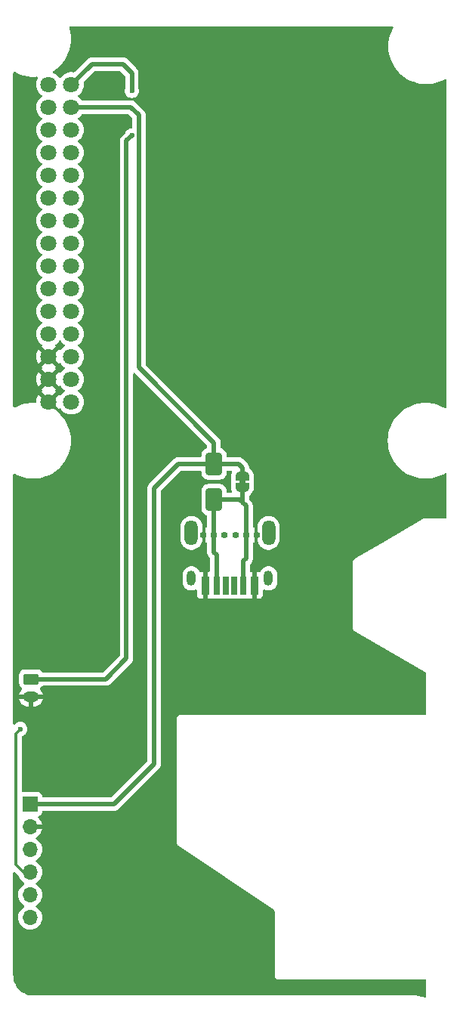
<source format=gbr>
%TF.GenerationSoftware,KiCad,Pcbnew,8.0.5*%
%TF.CreationDate,2024-09-26T19:22:18+05:30*%
%TF.ProjectId,AirOwl_v1,4169724f-776c-45f7-9631-2e6b69636164,rev?*%
%TF.SameCoordinates,Original*%
%TF.FileFunction,Copper,L2,Bot*%
%TF.FilePolarity,Positive*%
%FSLAX46Y46*%
G04 Gerber Fmt 4.6, Leading zero omitted, Abs format (unit mm)*
G04 Created by KiCad (PCBNEW 8.0.5) date 2024-09-26 19:22:18*
%MOMM*%
%LPD*%
G01*
G04 APERTURE LIST*
G04 Aperture macros list*
%AMRoundRect*
0 Rectangle with rounded corners*
0 $1 Rounding radius*
0 $2 $3 $4 $5 $6 $7 $8 $9 X,Y pos of 4 corners*
0 Add a 4 corners polygon primitive as box body*
4,1,4,$2,$3,$4,$5,$6,$7,$8,$9,$2,$3,0*
0 Add four circle primitives for the rounded corners*
1,1,$1+$1,$2,$3*
1,1,$1+$1,$4,$5*
1,1,$1+$1,$6,$7*
1,1,$1+$1,$8,$9*
0 Add four rect primitives between the rounded corners*
20,1,$1+$1,$2,$3,$4,$5,0*
20,1,$1+$1,$4,$5,$6,$7,0*
20,1,$1+$1,$6,$7,$8,$9,0*
20,1,$1+$1,$8,$9,$2,$3,0*%
%AMFreePoly0*
4,1,19,0.500000,-0.750000,0.000000,-0.750000,0.000000,-0.744911,-0.071157,-0.744911,-0.207708,-0.704816,-0.327430,-0.627875,-0.420627,-0.520320,-0.479746,-0.390866,-0.500000,-0.250000,-0.500000,0.250000,-0.479746,0.390866,-0.420627,0.520320,-0.327430,0.627875,-0.207708,0.704816,-0.071157,0.744911,0.000000,0.744911,0.000000,0.750000,0.500000,0.750000,0.500000,-0.750000,0.500000,-0.750000,
$1*%
%AMFreePoly1*
4,1,19,0.000000,0.744911,0.071157,0.744911,0.207708,0.704816,0.327430,0.627875,0.420627,0.520320,0.479746,0.390866,0.500000,0.250000,0.500000,-0.250000,0.479746,-0.390866,0.420627,-0.520320,0.327430,-0.627875,0.207708,-0.704816,0.071157,-0.744911,0.000000,-0.744911,0.000000,-0.750000,-0.500000,-0.750000,-0.500000,0.750000,0.000000,0.750000,0.000000,0.744911,0.000000,0.744911,
$1*%
G04 Aperture macros list end*
%TA.AperFunction,EtchedComponent*%
%ADD10C,0.000000*%
%TD*%
%TA.AperFunction,SMDPad,CuDef*%
%ADD11FreePoly0,90.000000*%
%TD*%
%TA.AperFunction,SMDPad,CuDef*%
%ADD12FreePoly1,90.000000*%
%TD*%
%TA.AperFunction,ComponentPad*%
%ADD13R,1.700000X1.700000*%
%TD*%
%TA.AperFunction,ComponentPad*%
%ADD14O,1.700000X1.700000*%
%TD*%
%TA.AperFunction,SMDPad,CuDef*%
%ADD15R,0.700000X1.990000*%
%TD*%
%TA.AperFunction,SMDPad,CuDef*%
%ADD16R,0.800000X1.990000*%
%TD*%
%TA.AperFunction,SMDPad,CuDef*%
%ADD17R,0.900000X1.990000*%
%TD*%
%TA.AperFunction,ComponentPad*%
%ADD18O,1.000000X1.700000*%
%TD*%
%TA.AperFunction,ComponentPad*%
%ADD19O,0.750000X0.750000*%
%TD*%
%TA.AperFunction,ComponentPad*%
%ADD20O,1.500000X2.800000*%
%TD*%
%TA.AperFunction,SMDPad,CuDef*%
%ADD21RoundRect,0.250000X-0.650000X1.000000X-0.650000X-1.000000X0.650000X-1.000000X0.650000X1.000000X0*%
%TD*%
%TA.AperFunction,ComponentPad*%
%ADD22C,1.800000*%
%TD*%
%TA.AperFunction,ComponentPad*%
%ADD23RoundRect,0.250000X-0.625000X0.350000X-0.625000X-0.350000X0.625000X-0.350000X0.625000X0.350000X0*%
%TD*%
%TA.AperFunction,ComponentPad*%
%ADD24O,1.750000X1.200000*%
%TD*%
%TA.AperFunction,ViaPad*%
%ADD25C,0.600000*%
%TD*%
%TA.AperFunction,Conductor*%
%ADD26C,0.500000*%
%TD*%
%TA.AperFunction,Conductor*%
%ADD27C,0.300000*%
%TD*%
G04 APERTURE END LIST*
D10*
%TA.AperFunction,EtchedComponent*%
%TO.C,JP1*%
G36*
X89700000Y-88050000D02*
G01*
X89100000Y-88050000D01*
X89100000Y-87550000D01*
X89700000Y-87550000D01*
X89700000Y-88050000D01*
G37*
%TD.AperFunction*%
%TD*%
D11*
%TO.P,JP1,1,A*%
%TO.N,Net-(D2-A)*%
X89400000Y-88450000D03*
D12*
%TO.P,JP1,2,B*%
%TO.N,+5V*%
X89400000Y-87150000D03*
%TD*%
D13*
%TO.P,J2,1,Pin_1*%
%TO.N,+5V*%
X65600000Y-123900000D03*
D14*
%TO.P,J2,2,Pin_2*%
%TO.N,GND*%
X65600000Y-126440000D03*
%TO.P,J2,3,Pin_3*%
%TO.N,SDA*%
X65600000Y-128980000D03*
%TO.P,J2,4,Pin_4*%
%TO.N,SCL*%
X65600000Y-131520000D03*
%TO.P,J2,5,Pin_5*%
%TO.N,SEL*%
X65600000Y-134060000D03*
%TO.P,J2,6,Pin_6*%
%TO.N,unconnected-(J2-Pin_6-Pad6)*%
X65600000Y-136600000D03*
%TD*%
D15*
%TO.P,J4,A5,CC1*%
%TO.N,unconnected-(J4-CC1-PadA5)*%
X88500000Y-99425000D03*
D16*
%TO.P,J4,A9,VBUS*%
%TO.N,Net-(D2-A)*%
X86480000Y-99425000D03*
D17*
%TO.P,J4,A12,GND*%
%TO.N,GND*%
X85250000Y-99425000D03*
D15*
%TO.P,J4,B5,CC2*%
%TO.N,unconnected-(J4-CC2-PadB5)*%
X87500000Y-99425000D03*
D16*
%TO.P,J4,B9,VBUS*%
%TO.N,Net-(D2-A)*%
X89520000Y-99425000D03*
D17*
%TO.P,J4,B12,GND*%
%TO.N,GND*%
X90750000Y-99425000D03*
D18*
%TO.P,J4,SH1*%
%TO.N,N/C*%
X83680000Y-98630000D03*
%TO.P,J4,SH2*%
X92320000Y-98630000D03*
%TD*%
D19*
%TO.P,J1,A5,CC1*%
%TO.N,unconnected-(J1-CC1-PadA5)*%
X88600000Y-93750000D03*
%TO.P,J1,A9,VBUS*%
%TO.N,Net-(D2-A)*%
X86200000Y-93750000D03*
%TO.P,J1,A12,GND*%
%TO.N,GND*%
X85000000Y-93750000D03*
%TO.P,J1,B5,CC2*%
%TO.N,unconnected-(J1-CC2-PadB5)*%
X87400000Y-93750000D03*
%TO.P,J1,B9,VBUS*%
%TO.N,Net-(D2-A)*%
X89800000Y-93750000D03*
%TO.P,J1,B12,GND*%
%TO.N,GND*%
X91000000Y-93750000D03*
D20*
%TO.P,J1,S1,SHIELD*%
%TO.N,unconnected-(J1-SHIELD-PadS1)*%
X92330000Y-93520000D03*
%TO.P,J1,S2*%
%TO.N,N/C*%
X83670000Y-93520000D03*
%TD*%
D21*
%TO.P,D2,1,K*%
%TO.N,+5V*%
X86200000Y-85800000D03*
%TO.P,D2,2,A*%
%TO.N,Net-(D2-A)*%
X86200000Y-89800000D03*
%TD*%
D22*
%TO.P,U1,1,GND*%
%TO.N,GND*%
X67680014Y-78849581D03*
%TO.P,U1,2,GND*%
X67680014Y-76309581D03*
%TO.P,U1,3,GND*%
X67680014Y-73769581D03*
%TO.P,U1,4,G37-MOSI*%
%TO.N,unconnected-(U1-G37-MOSI-Pad4)*%
X67680014Y-71229581D03*
%TO.P,U1,5,G37-MISO*%
%TO.N,unconnected-(U1-G37-MISO-Pad5)*%
X67680014Y-68689581D03*
%TO.P,U1,6,G36-SCK*%
%TO.N,unconnected-(U1-G36-SCK-Pad6)*%
X67680014Y-66149581D03*
%TO.P,U1,7,G44-RXD0*%
%TO.N,unconnected-(U1-G44-RXD0-Pad7)*%
X67680014Y-63609581D03*
%TO.P,U1,8,G18-PC_RX*%
%TO.N,unconnected-(U1-G18-PC_RX-Pad8)*%
X67680014Y-61069581D03*
%TO.P,U1,9,G12-intSDA*%
%TO.N,unconnected-(U1-G12-intSDA-Pad9)*%
X67680014Y-58529581D03*
%TO.P,U1,10,G2-PA_SDA*%
%TO.N,SDA*%
X67680014Y-55989581D03*
%TO.P,U1,11,G6*%
%TO.N,unconnected-(U1-G6-Pad11)*%
X67680014Y-53449581D03*
%TO.P,U1,12,G13-I2S_DOUT*%
%TO.N,unconnected-(U1-G13-I2S_DOUT-Pad12)*%
X67680014Y-50909581D03*
%TO.P,U1,13,NC*%
%TO.N,unconnected-(U1-NC-Pad13)*%
X67680014Y-48369581D03*
%TO.P,U1,14,NC*%
%TO.N,unconnected-(U1-NC-Pad14)*%
X67680014Y-45829581D03*
%TO.P,U1,15,NC*%
%TO.N,unconnected-(U1-NC-Pad15)*%
X67680014Y-43289581D03*
%TO.P,U1,16,G10-ADC*%
%TO.N,unconnected-(U1-G10-ADC-Pad16)*%
X70220014Y-78849581D03*
%TO.P,U1,17,G8-PB_IN*%
%TO.N,unconnected-(U1-G8-PB_IN-Pad17)*%
X70220014Y-76309581D03*
%TO.P,U1,18,RST/EN*%
%TO.N,unconnected-(U1-RST{slash}EN-Pad18)*%
X70220014Y-73769581D03*
%TO.P,U1,19,G5-GPIO*%
%TO.N,unconnected-(U1-G5-GPIO-Pad19)*%
X70220014Y-71229581D03*
%TO.P,U1,20,G9-PB_OUT*%
%TO.N,unconnected-(U1-G9-PB_OUT-Pad20)*%
X70220014Y-68689581D03*
%TO.P,U1,21,+3.3V*%
%TO.N,+3.3V*%
X70220014Y-66149581D03*
%TO.P,U1,22,G43-TXD0*%
%TO.N,unconnected-(U1-G43-TXD0-Pad22)*%
X70220014Y-63609581D03*
%TO.P,U1,23,G17-PC_TX*%
%TO.N,unconnected-(U1-G17-PC_TX-Pad23)*%
X70220014Y-61069581D03*
%TO.P,U1,24,G11-intSCL*%
%TO.N,unconnected-(U1-G11-intSCL-Pad24)*%
X70220014Y-58529581D03*
%TO.P,U1,25,G1-PA_SCL*%
%TO.N,SCL*%
X70220014Y-55989581D03*
%TO.P,U1,26,G7-GPIO*%
%TO.N,unconnected-(U1-G7-GPIO-Pad26)*%
X70220014Y-53449581D03*
%TO.P,U1,27,G0-I2S_LRCLK*%
%TO.N,unconnected-(U1-G0-I2S_LRCLK-Pad27)*%
X70220014Y-50909581D03*
%TO.P,U1,28,G14-I2S_DIN*%
%TO.N,unconnected-(U1-G14-I2S_DIN-Pad28)*%
X70220014Y-48369581D03*
%TO.P,U1,29,5V*%
%TO.N,+5V*%
X70220014Y-45829581D03*
%TO.P,U1,30,BAT*%
%TO.N,+BATT*%
X70220014Y-43289581D03*
%TD*%
D23*
%TO.P,J3,1,Pin_1*%
%TO.N,+BATT*%
X65700000Y-109900000D03*
D24*
%TO.P,J3,2,Pin_2*%
%TO.N,GND*%
X65700000Y-111900000D03*
%TD*%
D25*
%TO.N,GND*%
X68200000Y-112400000D03*
X66400000Y-104000000D03*
X68900000Y-121900000D03*
%TO.N,SCL*%
X64500000Y-115500000D03*
%TO.N,+BATT*%
X77000000Y-44000000D03*
X77000000Y-49000000D03*
%TD*%
D26*
%TO.N,Net-(D2-A)*%
X89400000Y-90100000D02*
X89400000Y-88450000D01*
X89800000Y-90500000D02*
X89400000Y-90100000D01*
%TO.N,+5V*%
X88950000Y-85800000D02*
X89400000Y-86250000D01*
X89400000Y-86250000D02*
X89400000Y-87150000D01*
X86200000Y-85800000D02*
X88950000Y-85800000D01*
X86200000Y-85800000D02*
X86200000Y-83400000D01*
X86200000Y-83400000D02*
X77800000Y-75000000D01*
X86200000Y-85800000D02*
X82200000Y-85800000D01*
X82200000Y-85800000D02*
X79500000Y-88500000D01*
X75000000Y-123900000D02*
X65600000Y-123900000D01*
X76900000Y-45829581D02*
X70220014Y-45829581D01*
X77800000Y-46729581D02*
X76900000Y-45829581D01*
X79500000Y-119400000D02*
X75000000Y-123900000D01*
X79500000Y-88500000D02*
X79500000Y-119400000D01*
X77800000Y-75000000D02*
X77800000Y-46729581D01*
D27*
%TO.N,SCL*%
X64000000Y-116000000D02*
X64500000Y-115500000D01*
X64000000Y-130700000D02*
X64000000Y-116000000D01*
X64820000Y-131520000D02*
X64000000Y-130700000D01*
X65600000Y-131520000D02*
X64820000Y-131520000D01*
D26*
%TO.N,+BATT*%
X70220014Y-43289581D02*
X72509595Y-41000000D01*
X65700000Y-109900000D02*
X74100000Y-109900000D01*
X72509595Y-41000000D02*
X76000000Y-41000000D01*
X76400000Y-107600000D02*
X76400000Y-49600000D01*
X76400000Y-49600000D02*
X77000000Y-49000000D01*
X77000000Y-42000000D02*
X77000000Y-44000000D01*
X76000000Y-41000000D02*
X77000000Y-42000000D01*
X74100000Y-109900000D02*
X76400000Y-107600000D01*
%TO.N,Net-(D2-A)*%
X86200000Y-89800000D02*
X86200000Y-93750000D01*
X89800000Y-90500000D02*
X89800000Y-93750000D01*
X89520000Y-99425000D02*
X89520000Y-96680000D01*
X86480000Y-95980000D02*
X86200000Y-95700000D01*
X89800000Y-96400000D02*
X89800000Y-93750000D01*
X86480000Y-99425000D02*
X86480000Y-95980000D01*
X89100000Y-89800000D02*
X89800000Y-90500000D01*
X86200000Y-89800000D02*
X89100000Y-89800000D01*
X86200000Y-95700000D02*
X86200000Y-93750000D01*
X89520000Y-96680000D02*
X89800000Y-96400000D01*
%TD*%
%TA.AperFunction,Conductor*%
%TO.N,GND*%
G36*
X106246270Y-36789779D02*
G01*
X106292025Y-36842583D01*
X106301969Y-36911741D01*
X106286618Y-36956094D01*
X106228991Y-37055906D01*
X106228989Y-37055910D01*
X106061275Y-37423152D01*
X106061262Y-37423185D01*
X105929219Y-37804697D01*
X105929216Y-37804708D01*
X105834029Y-38197073D01*
X105776570Y-38596706D01*
X105757359Y-39000000D01*
X105776570Y-39403293D01*
X105834029Y-39802926D01*
X105929216Y-40195291D01*
X105929219Y-40195302D01*
X106061262Y-40576814D01*
X106061275Y-40576847D01*
X106228989Y-40944089D01*
X106228991Y-40944093D01*
X106430866Y-41293750D01*
X106430872Y-41293759D01*
X106593109Y-41521588D01*
X106665059Y-41622627D01*
X106929456Y-41927758D01*
X107221661Y-42206374D01*
X107539027Y-42455953D01*
X107878680Y-42674235D01*
X108237543Y-42859242D01*
X108612368Y-43009299D01*
X108999759Y-43123048D01*
X109396209Y-43199457D01*
X109798127Y-43237836D01*
X109798133Y-43237836D01*
X110201867Y-43237836D01*
X110201873Y-43237836D01*
X110603791Y-43199457D01*
X111000241Y-43123048D01*
X111387632Y-43009299D01*
X111762457Y-42859242D01*
X112118681Y-42675595D01*
X112187287Y-42662373D01*
X112252152Y-42688341D01*
X112292680Y-42745256D01*
X112299500Y-42785812D01*
X112299500Y-79453965D01*
X112279815Y-79521004D01*
X112227011Y-79566759D01*
X112157853Y-79576703D01*
X112108462Y-79558281D01*
X112050537Y-79521055D01*
X111691673Y-79336048D01*
X111691667Y-79336045D01*
X111691664Y-79336044D01*
X111316852Y-79185992D01*
X110929462Y-79072243D01*
X110929445Y-79072239D01*
X110533022Y-78995835D01*
X110533010Y-78995833D01*
X110399034Y-78983040D01*
X110131089Y-78957454D01*
X109727343Y-78957454D01*
X109486192Y-78980481D01*
X109325421Y-78995833D01*
X109325409Y-78995835D01*
X108928986Y-79072239D01*
X108928969Y-79072243D01*
X108541579Y-79185992D01*
X108166767Y-79336044D01*
X108166763Y-79336046D01*
X107807899Y-79521053D01*
X107468254Y-79739329D01*
X107468247Y-79739334D01*
X107468243Y-79739337D01*
X107284932Y-79883494D01*
X107150878Y-79988915D01*
X107150876Y-79988916D01*
X106858675Y-80267529D01*
X106858673Y-80267531D01*
X106594274Y-80572663D01*
X106360088Y-80901530D01*
X106360082Y-80901539D01*
X106158207Y-81251196D01*
X106158205Y-81251200D01*
X105990491Y-81618442D01*
X105990478Y-81618475D01*
X105858435Y-81999987D01*
X105858432Y-81999998D01*
X105763245Y-82392363D01*
X105705786Y-82791996D01*
X105686575Y-83195290D01*
X105705786Y-83598583D01*
X105763245Y-83998216D01*
X105858432Y-84390581D01*
X105858435Y-84390592D01*
X105990478Y-84772104D01*
X105990491Y-84772137D01*
X106158205Y-85139379D01*
X106158207Y-85139383D01*
X106360082Y-85489040D01*
X106360088Y-85489049D01*
X106561281Y-85771584D01*
X106594275Y-85817917D01*
X106858672Y-86123048D01*
X107150877Y-86401664D01*
X107468243Y-86651243D01*
X107807896Y-86869525D01*
X108166759Y-87054532D01*
X108541584Y-87204589D01*
X108928975Y-87318338D01*
X109325425Y-87394747D01*
X109727343Y-87433126D01*
X109727349Y-87433126D01*
X110131083Y-87433126D01*
X110131089Y-87433126D01*
X110533007Y-87394747D01*
X110929457Y-87318338D01*
X111316848Y-87204589D01*
X111691673Y-87054532D01*
X112050537Y-86869525D01*
X112108460Y-86832300D01*
X112175499Y-86812615D01*
X112242539Y-86832299D01*
X112288294Y-86885103D01*
X112299500Y-86936615D01*
X112299500Y-91775500D01*
X112279815Y-91842539D01*
X112227011Y-91888294D01*
X112175500Y-91899500D01*
X109868976Y-91899500D01*
X109741682Y-91933608D01*
X109741679Y-91933609D01*
X104952540Y-94698620D01*
X102056814Y-96370468D01*
X102028040Y-96387081D01*
X102028039Y-96387082D01*
X101942689Y-96436359D01*
X101942683Y-96436363D01*
X101849502Y-96529544D01*
X101849500Y-96529547D01*
X101783608Y-96643673D01*
X101749500Y-96770969D01*
X101749500Y-104202752D01*
X101783608Y-104330048D01*
X101816554Y-104387111D01*
X101849500Y-104444175D01*
X101942686Y-104537361D01*
X109937500Y-109153168D01*
X109985716Y-109203735D01*
X109999500Y-109260555D01*
X109999500Y-113775500D01*
X109979815Y-113842539D01*
X109927011Y-113888294D01*
X109875500Y-113899500D01*
X82434108Y-113899500D01*
X82306812Y-113933608D01*
X82192686Y-113999500D01*
X82192683Y-113999502D01*
X82099502Y-114092683D01*
X82099500Y-114092686D01*
X82033608Y-114206812D01*
X81999500Y-114334108D01*
X81999500Y-128128190D01*
X81999198Y-128136839D01*
X81996122Y-128180816D01*
X81997222Y-128186471D01*
X81999500Y-128210130D01*
X81999500Y-128215895D01*
X82010906Y-128258462D01*
X82012852Y-128266893D01*
X82021266Y-128310179D01*
X82023792Y-128315357D01*
X82032116Y-128337621D01*
X82033605Y-128343180D01*
X82033607Y-128343185D01*
X82033608Y-128343186D01*
X82055654Y-128381372D01*
X82059709Y-128388998D01*
X82079037Y-128428627D01*
X82082817Y-128432975D01*
X82096618Y-128452324D01*
X82099495Y-128457307D01*
X82099501Y-128457315D01*
X82130663Y-128488477D01*
X82136565Y-128494805D01*
X82165497Y-128528087D01*
X82170274Y-128531309D01*
X82188615Y-128546429D01*
X82192686Y-128550500D01*
X82230862Y-128572541D01*
X82238193Y-128577121D01*
X92944840Y-135798845D01*
X92989411Y-135852653D01*
X92999500Y-135901646D01*
X92999500Y-143135485D01*
X93033608Y-143262781D01*
X93066554Y-143319844D01*
X93099500Y-143376908D01*
X93192686Y-143470094D01*
X93306814Y-143535986D01*
X93434108Y-143570094D01*
X109875500Y-143570094D01*
X109942539Y-143589779D01*
X109988294Y-143642583D01*
X109999500Y-143694094D01*
X109999500Y-145440924D01*
X109979815Y-145507963D01*
X109927011Y-145553718D01*
X109863136Y-145564306D01*
X109624822Y-145540424D01*
X109611724Y-145538400D01*
X109363254Y-145486269D01*
X109350451Y-145482859D01*
X109221206Y-145440924D01*
X109142964Y-145415537D01*
X109119241Y-145404981D01*
X109116164Y-145403205D01*
X109116151Y-145403199D01*
X109084331Y-145394673D01*
X109071911Y-145390633D01*
X109054629Y-145383985D01*
X109041157Y-145378804D01*
X109041155Y-145378803D01*
X109041146Y-145378801D01*
X109024282Y-145377017D01*
X109005246Y-145373482D01*
X108988870Y-145369095D01*
X108988865Y-145369094D01*
X108988864Y-145369094D01*
X108988862Y-145369094D01*
X108955921Y-145369094D01*
X108942875Y-145368406D01*
X108910104Y-145364938D01*
X108893348Y-145367581D01*
X108874035Y-145369094D01*
X66003751Y-145369094D01*
X65996264Y-145368868D01*
X65730311Y-145352780D01*
X65715447Y-145350975D01*
X65457070Y-145303626D01*
X65442531Y-145300042D01*
X65191745Y-145221894D01*
X65177755Y-145216589D01*
X64938198Y-145108772D01*
X64924962Y-145101825D01*
X64700152Y-144965923D01*
X64687832Y-144957419D01*
X64481053Y-144795417D01*
X64469845Y-144785487D01*
X64284108Y-144599751D01*
X64274178Y-144588543D01*
X64112178Y-144381763D01*
X64103672Y-144369440D01*
X63967779Y-144144645D01*
X63960821Y-144131386D01*
X63853010Y-143891841D01*
X63847700Y-143877840D01*
X63769556Y-143627065D01*
X63765972Y-143612526D01*
X63761223Y-143586613D01*
X63718622Y-143354144D01*
X63716818Y-143339284D01*
X63710968Y-143242565D01*
X63700725Y-143073223D01*
X63700500Y-143065754D01*
X63700500Y-131619807D01*
X63720185Y-131552768D01*
X63772989Y-131507013D01*
X63842147Y-131497069D01*
X63905703Y-131526094D01*
X63912181Y-131532126D01*
X64288831Y-131908776D01*
X64320924Y-131964361D01*
X64326093Y-131983652D01*
X64326095Y-131983659D01*
X64326097Y-131983663D01*
X64425965Y-132197830D01*
X64425967Y-132197834D01*
X64561501Y-132391395D01*
X64561506Y-132391402D01*
X64728597Y-132558493D01*
X64728603Y-132558498D01*
X64914158Y-132688425D01*
X64957783Y-132743002D01*
X64964977Y-132812500D01*
X64933454Y-132874855D01*
X64914158Y-132891575D01*
X64728597Y-133021505D01*
X64561505Y-133188597D01*
X64425965Y-133382169D01*
X64425964Y-133382171D01*
X64326098Y-133596335D01*
X64326094Y-133596344D01*
X64264938Y-133824586D01*
X64264936Y-133824596D01*
X64244341Y-134059999D01*
X64244341Y-134060000D01*
X64264936Y-134295403D01*
X64264938Y-134295413D01*
X64326094Y-134523655D01*
X64326096Y-134523659D01*
X64326097Y-134523663D01*
X64425965Y-134737830D01*
X64425967Y-134737834D01*
X64561501Y-134931395D01*
X64561506Y-134931402D01*
X64728597Y-135098493D01*
X64728603Y-135098498D01*
X64914158Y-135228425D01*
X64957783Y-135283002D01*
X64964977Y-135352500D01*
X64933454Y-135414855D01*
X64914158Y-135431575D01*
X64728597Y-135561505D01*
X64561505Y-135728597D01*
X64425965Y-135922169D01*
X64425964Y-135922171D01*
X64326098Y-136136335D01*
X64326094Y-136136344D01*
X64264938Y-136364586D01*
X64264936Y-136364596D01*
X64244341Y-136599999D01*
X64244341Y-136600000D01*
X64264936Y-136835403D01*
X64264938Y-136835413D01*
X64326094Y-137063655D01*
X64326096Y-137063659D01*
X64326097Y-137063663D01*
X64425965Y-137277830D01*
X64425967Y-137277834D01*
X64534281Y-137432521D01*
X64561505Y-137471401D01*
X64728599Y-137638495D01*
X64825384Y-137706265D01*
X64922165Y-137774032D01*
X64922167Y-137774033D01*
X64922170Y-137774035D01*
X65136337Y-137873903D01*
X65364592Y-137935063D01*
X65552918Y-137951539D01*
X65599999Y-137955659D01*
X65600000Y-137955659D01*
X65600001Y-137955659D01*
X65639234Y-137952226D01*
X65835408Y-137935063D01*
X66063663Y-137873903D01*
X66277830Y-137774035D01*
X66471401Y-137638495D01*
X66638495Y-137471401D01*
X66774035Y-137277830D01*
X66873903Y-137063663D01*
X66935063Y-136835408D01*
X66955659Y-136600000D01*
X66935063Y-136364592D01*
X66873903Y-136136337D01*
X66774035Y-135922171D01*
X66759664Y-135901646D01*
X66638494Y-135728597D01*
X66471402Y-135561506D01*
X66471396Y-135561501D01*
X66285842Y-135431575D01*
X66242217Y-135376998D01*
X66235023Y-135307500D01*
X66266546Y-135245145D01*
X66285842Y-135228425D01*
X66405149Y-135144885D01*
X66471401Y-135098495D01*
X66638495Y-134931401D01*
X66774035Y-134737830D01*
X66873903Y-134523663D01*
X66935063Y-134295408D01*
X66955659Y-134060000D01*
X66935063Y-133824592D01*
X66873903Y-133596337D01*
X66774035Y-133382171D01*
X66638495Y-133188599D01*
X66638494Y-133188597D01*
X66471402Y-133021506D01*
X66471396Y-133021501D01*
X66285842Y-132891575D01*
X66242217Y-132836998D01*
X66235023Y-132767500D01*
X66266546Y-132705145D01*
X66285842Y-132688425D01*
X66308026Y-132672891D01*
X66471401Y-132558495D01*
X66638495Y-132391401D01*
X66774035Y-132197830D01*
X66873903Y-131983663D01*
X66935063Y-131755408D01*
X66955659Y-131520000D01*
X66935063Y-131284592D01*
X66873903Y-131056337D01*
X66774035Y-130842171D01*
X66638495Y-130648599D01*
X66638494Y-130648597D01*
X66471402Y-130481506D01*
X66471396Y-130481501D01*
X66285842Y-130351575D01*
X66242217Y-130296998D01*
X66235023Y-130227500D01*
X66266546Y-130165145D01*
X66285842Y-130148425D01*
X66308026Y-130132891D01*
X66471401Y-130018495D01*
X66638495Y-129851401D01*
X66774035Y-129657830D01*
X66873903Y-129443663D01*
X66935063Y-129215408D01*
X66955659Y-128980000D01*
X66935063Y-128744592D01*
X66873903Y-128516337D01*
X66774035Y-128302171D01*
X66749334Y-128266893D01*
X66638494Y-128108597D01*
X66471402Y-127941506D01*
X66471401Y-127941505D01*
X66285405Y-127811269D01*
X66241781Y-127756692D01*
X66234588Y-127687193D01*
X66266110Y-127624839D01*
X66285405Y-127608119D01*
X66471082Y-127478105D01*
X66638105Y-127311082D01*
X66773600Y-127117578D01*
X66873429Y-126903492D01*
X66873432Y-126903486D01*
X66930636Y-126690000D01*
X66033012Y-126690000D01*
X66065925Y-126632993D01*
X66100000Y-126505826D01*
X66100000Y-126374174D01*
X66065925Y-126247007D01*
X66033012Y-126190000D01*
X66930636Y-126190000D01*
X66930635Y-126189999D01*
X66873432Y-125976513D01*
X66873429Y-125976507D01*
X66773600Y-125762422D01*
X66773599Y-125762420D01*
X66638113Y-125568926D01*
X66638108Y-125568920D01*
X66516053Y-125446865D01*
X66482568Y-125385542D01*
X66487552Y-125315850D01*
X66529424Y-125259917D01*
X66560400Y-125243002D01*
X66692331Y-125193796D01*
X66807546Y-125107546D01*
X66893796Y-124992331D01*
X66944091Y-124857483D01*
X66950500Y-124797873D01*
X66950500Y-124774500D01*
X66970185Y-124707461D01*
X67022989Y-124661706D01*
X67074500Y-124650500D01*
X75073920Y-124650500D01*
X75171462Y-124631096D01*
X75218913Y-124621658D01*
X75355495Y-124565084D01*
X75404729Y-124532186D01*
X75478416Y-124482952D01*
X80082952Y-119878416D01*
X80132186Y-119804729D01*
X80165084Y-119755495D01*
X80221658Y-119618913D01*
X80250500Y-119473918D01*
X80250500Y-99078543D01*
X82679499Y-99078543D01*
X82717947Y-99271829D01*
X82717950Y-99271839D01*
X82793364Y-99453907D01*
X82793371Y-99453920D01*
X82902860Y-99617781D01*
X82902863Y-99617785D01*
X83042214Y-99757136D01*
X83042218Y-99757139D01*
X83206079Y-99866628D01*
X83206092Y-99866635D01*
X83346181Y-99924661D01*
X83388165Y-99942051D01*
X83388169Y-99942051D01*
X83388170Y-99942052D01*
X83581456Y-99980500D01*
X83581459Y-99980500D01*
X83778543Y-99980500D01*
X83908582Y-99954632D01*
X83971835Y-99942051D01*
X84128548Y-99877139D01*
X84198017Y-99869670D01*
X84260496Y-99900945D01*
X84296148Y-99961034D01*
X84300000Y-99991700D01*
X84300000Y-100467844D01*
X84306401Y-100527372D01*
X84306403Y-100527379D01*
X84356645Y-100662086D01*
X84356649Y-100662093D01*
X84442809Y-100777187D01*
X84442812Y-100777190D01*
X84557906Y-100863350D01*
X84557913Y-100863354D01*
X84692620Y-100913596D01*
X84692627Y-100913598D01*
X84752155Y-100919999D01*
X84752172Y-100920000D01*
X85000000Y-100920000D01*
X85000000Y-97930000D01*
X84752155Y-97930000D01*
X84715974Y-97933891D01*
X84647214Y-97921486D01*
X84596077Y-97873876D01*
X84588163Y-97858067D01*
X84566632Y-97806086D01*
X84566240Y-97805500D01*
X84457139Y-97642217D01*
X84317785Y-97502863D01*
X84317781Y-97502860D01*
X84153920Y-97393371D01*
X84153907Y-97393364D01*
X83971839Y-97317950D01*
X83971829Y-97317947D01*
X83778543Y-97279500D01*
X83778541Y-97279500D01*
X83581459Y-97279500D01*
X83581457Y-97279500D01*
X83388170Y-97317947D01*
X83388160Y-97317950D01*
X83206092Y-97393364D01*
X83206079Y-97393371D01*
X83042218Y-97502860D01*
X83042214Y-97502863D01*
X82902863Y-97642214D01*
X82902860Y-97642218D01*
X82793371Y-97806079D01*
X82793364Y-97806092D01*
X82717950Y-97988160D01*
X82717947Y-97988170D01*
X82679500Y-98181456D01*
X82679500Y-98181459D01*
X82679500Y-99078541D01*
X82679500Y-99078543D01*
X82679499Y-99078543D01*
X80250500Y-99078543D01*
X80250500Y-92771577D01*
X82419500Y-92771577D01*
X82419500Y-94268422D01*
X82450290Y-94462826D01*
X82511117Y-94650029D01*
X82536154Y-94699166D01*
X82600476Y-94825405D01*
X82716172Y-94984646D01*
X82855354Y-95123828D01*
X83014595Y-95239524D01*
X83097455Y-95281743D01*
X83189970Y-95328882D01*
X83189972Y-95328882D01*
X83189975Y-95328884D01*
X83290317Y-95361487D01*
X83377173Y-95389709D01*
X83571578Y-95420500D01*
X83571583Y-95420500D01*
X83768422Y-95420500D01*
X83962826Y-95389709D01*
X83964602Y-95389132D01*
X84150025Y-95328884D01*
X84325405Y-95239524D01*
X84484646Y-95123828D01*
X84623828Y-94984646D01*
X84739524Y-94825405D01*
X84828884Y-94650025D01*
X84889709Y-94462826D01*
X84891866Y-94449206D01*
X84920500Y-94268422D01*
X84920500Y-93960608D01*
X84955245Y-93975000D01*
X85044755Y-93975000D01*
X85127452Y-93940746D01*
X85190746Y-93877452D01*
X85225000Y-93794755D01*
X85225000Y-93705245D01*
X85190746Y-93622548D01*
X85127452Y-93559254D01*
X85044755Y-93525000D01*
X84955245Y-93525000D01*
X84920500Y-93539391D01*
X84920500Y-92771577D01*
X84889709Y-92577173D01*
X84828882Y-92389970D01*
X84739523Y-92214594D01*
X84623828Y-92055354D01*
X84484646Y-91916172D01*
X84325405Y-91800476D01*
X84276387Y-91775500D01*
X84150029Y-91711117D01*
X83962826Y-91650290D01*
X83768422Y-91619500D01*
X83768417Y-91619500D01*
X83571583Y-91619500D01*
X83571578Y-91619500D01*
X83377173Y-91650290D01*
X83189970Y-91711117D01*
X83014594Y-91800476D01*
X82923741Y-91866485D01*
X82855354Y-91916172D01*
X82855352Y-91916174D01*
X82855351Y-91916174D01*
X82716174Y-92055351D01*
X82716174Y-92055352D01*
X82716172Y-92055354D01*
X82666485Y-92123741D01*
X82600476Y-92214594D01*
X82511117Y-92389970D01*
X82450290Y-92577173D01*
X82419500Y-92771577D01*
X80250500Y-92771577D01*
X80250500Y-88862229D01*
X80270185Y-88795190D01*
X80286819Y-88774548D01*
X82474548Y-86586819D01*
X82535871Y-86553334D01*
X82562229Y-86550500D01*
X84675501Y-86550500D01*
X84742540Y-86570185D01*
X84788295Y-86622989D01*
X84799501Y-86674500D01*
X84799501Y-86850018D01*
X84810000Y-86952796D01*
X84810001Y-86952799D01*
X84851526Y-87078110D01*
X84865186Y-87119334D01*
X84957288Y-87268656D01*
X85081344Y-87392712D01*
X85230666Y-87484814D01*
X85397203Y-87539999D01*
X85499991Y-87550500D01*
X86900008Y-87550499D01*
X87002797Y-87539999D01*
X87169334Y-87484814D01*
X87318656Y-87392712D01*
X87442712Y-87268656D01*
X87534814Y-87119334D01*
X87589999Y-86952797D01*
X87600500Y-86850009D01*
X87600500Y-86674500D01*
X87620185Y-86607461D01*
X87672989Y-86561706D01*
X87724500Y-86550500D01*
X88125446Y-86550500D01*
X88192485Y-86570185D01*
X88238240Y-86622989D01*
X88248184Y-86692147D01*
X88238241Y-86726011D01*
X88205483Y-86797741D01*
X88164977Y-86935691D01*
X88164974Y-86935703D01*
X88144500Y-87078110D01*
X88144500Y-87650002D01*
X88149644Y-87721939D01*
X88160603Y-87759262D01*
X88164363Y-87811841D01*
X88144500Y-87949998D01*
X88144500Y-88521889D01*
X88164974Y-88664296D01*
X88164976Y-88664304D01*
X88205483Y-88802259D01*
X88232870Y-88862229D01*
X88238241Y-88873989D01*
X88248184Y-88943148D01*
X88219158Y-89006703D01*
X88160380Y-89044477D01*
X88125446Y-89049500D01*
X87724499Y-89049500D01*
X87657460Y-89029815D01*
X87611705Y-88977011D01*
X87600499Y-88925500D01*
X87600499Y-88749998D01*
X87600498Y-88749981D01*
X87589999Y-88647203D01*
X87589998Y-88647200D01*
X87534814Y-88480666D01*
X87442712Y-88331344D01*
X87318656Y-88207288D01*
X87169334Y-88115186D01*
X87002797Y-88060001D01*
X87002795Y-88060000D01*
X86900010Y-88049500D01*
X85499998Y-88049500D01*
X85499981Y-88049501D01*
X85397203Y-88060000D01*
X85397200Y-88060001D01*
X85230668Y-88115185D01*
X85230663Y-88115187D01*
X85081342Y-88207289D01*
X84957289Y-88331342D01*
X84865187Y-88480663D01*
X84865186Y-88480666D01*
X84810001Y-88647203D01*
X84810001Y-88647204D01*
X84810000Y-88647204D01*
X84799500Y-88749983D01*
X84799500Y-90850001D01*
X84799501Y-90850018D01*
X84810000Y-90952796D01*
X84810001Y-90952799D01*
X84865185Y-91119331D01*
X84865186Y-91119334D01*
X84957288Y-91268656D01*
X85081344Y-91392712D01*
X85230666Y-91484814D01*
X85364505Y-91529164D01*
X85421949Y-91568936D01*
X85448772Y-91633451D01*
X85449500Y-91646869D01*
X85449500Y-92801379D01*
X85429815Y-92868418D01*
X85377011Y-92914173D01*
X85307853Y-92924117D01*
X85275074Y-92914663D01*
X85271878Y-92913240D01*
X85250000Y-92908589D01*
X85250000Y-94591409D01*
X85271875Y-94586760D01*
X85275063Y-94585341D01*
X85277072Y-94585071D01*
X85278056Y-94584752D01*
X85278114Y-94584931D01*
X85344313Y-94576055D01*
X85407590Y-94605683D01*
X85444804Y-94664817D01*
X85449500Y-94698620D01*
X85449500Y-95773918D01*
X85449500Y-95773920D01*
X85449499Y-95773920D01*
X85478340Y-95918907D01*
X85478343Y-95918917D01*
X85534914Y-96055492D01*
X85534915Y-96055494D01*
X85534916Y-96055495D01*
X85557391Y-96089132D01*
X85567812Y-96104727D01*
X85567813Y-96104730D01*
X85617046Y-96178414D01*
X85617047Y-96178415D01*
X85617048Y-96178416D01*
X85693182Y-96254550D01*
X85726666Y-96315871D01*
X85729500Y-96342230D01*
X85729500Y-97806000D01*
X85709815Y-97873039D01*
X85657011Y-97918794D01*
X85605500Y-97930000D01*
X85500000Y-97930000D01*
X85500000Y-100920000D01*
X85747828Y-100920000D01*
X85747844Y-100919999D01*
X85807372Y-100913598D01*
X85807375Y-100913597D01*
X85845950Y-100899210D01*
X85915642Y-100894225D01*
X85932606Y-100899205D01*
X85972517Y-100914091D01*
X86032127Y-100920500D01*
X86927872Y-100920499D01*
X86975759Y-100915351D01*
X86995197Y-100913262D01*
X86995311Y-100914330D01*
X87034688Y-100914329D01*
X87034803Y-100913261D01*
X87042514Y-100914089D01*
X87042517Y-100914091D01*
X87102127Y-100920500D01*
X87897872Y-100920499D01*
X87957483Y-100914091D01*
X87957485Y-100914090D01*
X87957487Y-100914090D01*
X87965031Y-100912308D01*
X87965377Y-100913775D01*
X88026342Y-100909408D01*
X88041378Y-100913822D01*
X88042513Y-100914089D01*
X88042517Y-100914091D01*
X88102127Y-100920500D01*
X88897872Y-100920499D01*
X88945759Y-100915351D01*
X88965197Y-100913262D01*
X88965311Y-100914330D01*
X89004688Y-100914329D01*
X89004803Y-100913261D01*
X89012514Y-100914089D01*
X89012517Y-100914091D01*
X89072127Y-100920500D01*
X89967872Y-100920499D01*
X90027483Y-100914091D01*
X90067382Y-100899209D01*
X90137069Y-100894224D01*
X90154050Y-100899210D01*
X90192623Y-100913598D01*
X90252155Y-100919999D01*
X90252172Y-100920000D01*
X90500000Y-100920000D01*
X90500000Y-97930000D01*
X91000000Y-97930000D01*
X91000000Y-100920000D01*
X91247828Y-100920000D01*
X91247844Y-100919999D01*
X91307372Y-100913598D01*
X91307379Y-100913596D01*
X91442086Y-100863354D01*
X91442093Y-100863350D01*
X91557187Y-100777190D01*
X91557190Y-100777187D01*
X91643350Y-100662093D01*
X91643354Y-100662086D01*
X91693596Y-100527379D01*
X91693598Y-100527372D01*
X91699999Y-100467844D01*
X91700000Y-100467827D01*
X91700000Y-99991700D01*
X91719685Y-99924661D01*
X91772489Y-99878906D01*
X91841647Y-99868962D01*
X91871452Y-99877139D01*
X91986181Y-99924661D01*
X92028165Y-99942051D01*
X92028169Y-99942051D01*
X92028170Y-99942052D01*
X92221456Y-99980500D01*
X92221459Y-99980500D01*
X92418543Y-99980500D01*
X92548582Y-99954632D01*
X92611835Y-99942051D01*
X92793914Y-99866632D01*
X92957782Y-99757139D01*
X93097139Y-99617782D01*
X93206632Y-99453914D01*
X93282051Y-99271835D01*
X93320500Y-99078541D01*
X93320500Y-98181459D01*
X93320500Y-98181456D01*
X93282052Y-97988170D01*
X93282051Y-97988169D01*
X93282051Y-97988165D01*
X93266974Y-97951766D01*
X93206635Y-97806092D01*
X93206628Y-97806079D01*
X93097139Y-97642218D01*
X93097136Y-97642214D01*
X92957785Y-97502863D01*
X92957781Y-97502860D01*
X92793920Y-97393371D01*
X92793907Y-97393364D01*
X92611839Y-97317950D01*
X92611829Y-97317947D01*
X92418543Y-97279500D01*
X92418541Y-97279500D01*
X92221459Y-97279500D01*
X92221457Y-97279500D01*
X92028170Y-97317947D01*
X92028160Y-97317950D01*
X91846092Y-97393364D01*
X91846079Y-97393371D01*
X91682218Y-97502860D01*
X91682214Y-97502863D01*
X91542863Y-97642214D01*
X91542860Y-97642218D01*
X91433371Y-97806079D01*
X91433368Y-97806085D01*
X91411841Y-97858056D01*
X91367999Y-97912459D01*
X91301705Y-97934523D01*
X91284024Y-97933891D01*
X91247844Y-97930000D01*
X91000000Y-97930000D01*
X90500000Y-97930000D01*
X90394500Y-97930000D01*
X90327461Y-97910315D01*
X90281706Y-97857511D01*
X90270500Y-97806000D01*
X90270500Y-97042230D01*
X90290185Y-96975191D01*
X90306819Y-96954549D01*
X90382952Y-96878416D01*
X90432186Y-96804729D01*
X90465084Y-96755495D01*
X90521658Y-96618913D01*
X90531096Y-96571462D01*
X90550500Y-96473920D01*
X90550500Y-94698620D01*
X90570185Y-94631581D01*
X90622989Y-94585826D01*
X90692147Y-94575882D01*
X90724937Y-94585341D01*
X90728124Y-94586760D01*
X90749999Y-94591409D01*
X90750000Y-94591409D01*
X90750000Y-93705245D01*
X90775000Y-93705245D01*
X90775000Y-93794755D01*
X90809254Y-93877452D01*
X90872548Y-93940746D01*
X90955245Y-93975000D01*
X91044755Y-93975000D01*
X91079500Y-93960608D01*
X91079500Y-94268422D01*
X91110290Y-94462826D01*
X91171117Y-94650029D01*
X91196154Y-94699166D01*
X91260476Y-94825405D01*
X91376172Y-94984646D01*
X91515354Y-95123828D01*
X91674595Y-95239524D01*
X91757455Y-95281743D01*
X91849970Y-95328882D01*
X91849972Y-95328882D01*
X91849975Y-95328884D01*
X91950317Y-95361487D01*
X92037173Y-95389709D01*
X92231578Y-95420500D01*
X92231583Y-95420500D01*
X92428422Y-95420500D01*
X92622826Y-95389709D01*
X92624602Y-95389132D01*
X92810025Y-95328884D01*
X92985405Y-95239524D01*
X93144646Y-95123828D01*
X93283828Y-94984646D01*
X93399524Y-94825405D01*
X93488884Y-94650025D01*
X93549709Y-94462826D01*
X93551866Y-94449206D01*
X93580500Y-94268422D01*
X93580500Y-92771577D01*
X93549709Y-92577173D01*
X93488882Y-92389970D01*
X93399523Y-92214594D01*
X93283828Y-92055354D01*
X93144646Y-91916172D01*
X92985405Y-91800476D01*
X92936387Y-91775500D01*
X92810029Y-91711117D01*
X92622826Y-91650290D01*
X92428422Y-91619500D01*
X92428417Y-91619500D01*
X92231583Y-91619500D01*
X92231578Y-91619500D01*
X92037173Y-91650290D01*
X91849970Y-91711117D01*
X91674594Y-91800476D01*
X91583741Y-91866485D01*
X91515354Y-91916172D01*
X91515352Y-91916174D01*
X91515351Y-91916174D01*
X91376174Y-92055351D01*
X91376174Y-92055352D01*
X91376172Y-92055354D01*
X91326485Y-92123741D01*
X91260476Y-92214594D01*
X91171117Y-92389970D01*
X91110290Y-92577173D01*
X91079500Y-92771577D01*
X91079500Y-93539391D01*
X91044755Y-93525000D01*
X90955245Y-93525000D01*
X90872548Y-93559254D01*
X90809254Y-93622548D01*
X90775000Y-93705245D01*
X90750000Y-93705245D01*
X90750000Y-92908589D01*
X90728121Y-92913240D01*
X90724926Y-92914663D01*
X90722916Y-92914932D01*
X90721948Y-92915247D01*
X90721890Y-92915069D01*
X90655675Y-92923942D01*
X90592401Y-92894308D01*
X90555193Y-92835169D01*
X90550500Y-92801379D01*
X90550500Y-90426079D01*
X90521659Y-90281092D01*
X90521658Y-90281091D01*
X90521658Y-90281087D01*
X90521656Y-90281082D01*
X90465087Y-90144511D01*
X90465080Y-90144498D01*
X90382952Y-90021585D01*
X90382951Y-90021584D01*
X90278416Y-89917049D01*
X90186818Y-89825450D01*
X90153334Y-89764126D01*
X90150500Y-89737769D01*
X90150500Y-89391293D01*
X90170185Y-89324254D01*
X90207458Y-89286979D01*
X90254130Y-89256986D01*
X90362791Y-89162832D01*
X90362794Y-89162829D01*
X90457015Y-89054091D01*
X90534747Y-88933137D01*
X90594517Y-88802259D01*
X90635024Y-88664304D01*
X90655500Y-88521889D01*
X90655500Y-87950000D01*
X90650355Y-87878060D01*
X90639396Y-87840740D01*
X90635636Y-87788158D01*
X90655500Y-87650000D01*
X90655500Y-87078111D01*
X90635024Y-86935696D01*
X90594517Y-86797741D01*
X90534747Y-86666863D01*
X90460623Y-86551523D01*
X90459802Y-86550081D01*
X90457011Y-86545901D01*
X90362794Y-86437172D01*
X90362791Y-86437168D01*
X90254130Y-86343014D01*
X90207459Y-86313020D01*
X90161706Y-86260217D01*
X90150500Y-86208706D01*
X90150500Y-86176079D01*
X90121659Y-86031092D01*
X90121658Y-86031091D01*
X90121658Y-86031087D01*
X90083661Y-85939353D01*
X90065087Y-85894511D01*
X90065080Y-85894498D01*
X89982952Y-85771585D01*
X89978247Y-85766880D01*
X89878416Y-85667049D01*
X89428421Y-85217052D01*
X89428414Y-85217046D01*
X89354729Y-85167812D01*
X89354729Y-85167813D01*
X89305491Y-85134913D01*
X89168917Y-85078343D01*
X89168907Y-85078340D01*
X89023920Y-85049500D01*
X89023918Y-85049500D01*
X87724499Y-85049500D01*
X87657460Y-85029815D01*
X87611705Y-84977011D01*
X87600499Y-84925500D01*
X87600499Y-84749998D01*
X87600498Y-84749981D01*
X87589999Y-84647203D01*
X87589998Y-84647200D01*
X87534814Y-84480666D01*
X87442712Y-84331344D01*
X87318656Y-84207288D01*
X87169334Y-84115186D01*
X87035495Y-84070836D01*
X86978051Y-84031063D01*
X86951228Y-83966547D01*
X86950500Y-83953130D01*
X86950500Y-83326079D01*
X86921659Y-83181092D01*
X86921658Y-83181091D01*
X86921658Y-83181087D01*
X86865084Y-83044505D01*
X86832186Y-82995270D01*
X86832185Y-82995268D01*
X86782956Y-82921589D01*
X86782952Y-82921584D01*
X78586819Y-74725451D01*
X78553334Y-74664128D01*
X78550500Y-74637770D01*
X78550500Y-46655660D01*
X78521659Y-46510673D01*
X78521658Y-46510672D01*
X78521658Y-46510668D01*
X78516589Y-46498430D01*
X78465087Y-46374092D01*
X78465080Y-46374079D01*
X78382952Y-46251166D01*
X78382951Y-46251165D01*
X78278416Y-46146630D01*
X78192664Y-46060878D01*
X77378418Y-45246630D01*
X77378416Y-45246628D01*
X77329092Y-45213672D01*
X77296355Y-45191799D01*
X77255495Y-45164497D01*
X77255494Y-45164496D01*
X77255492Y-45164495D01*
X77255490Y-45164494D01*
X77118917Y-45107924D01*
X77118907Y-45107921D01*
X76973920Y-45079081D01*
X76973918Y-45079081D01*
X71469699Y-45079081D01*
X71402660Y-45059396D01*
X71365891Y-45022903D01*
X71328998Y-44966435D01*
X71328996Y-44966433D01*
X71328993Y-44966428D01*
X71171798Y-44795668D01*
X70994194Y-44657434D01*
X70953382Y-44600724D01*
X70949707Y-44530951D01*
X70984338Y-44470268D01*
X70994195Y-44461727D01*
X71171798Y-44323494D01*
X71328993Y-44152734D01*
X71455938Y-43958430D01*
X71549171Y-43745881D01*
X71606148Y-43520886D01*
X71625314Y-43289581D01*
X71625314Y-43289574D01*
X71606149Y-43058289D01*
X71606148Y-43058276D01*
X71604560Y-43052005D01*
X71607180Y-42982188D01*
X71637080Y-42933881D01*
X72784143Y-41786819D01*
X72845466Y-41753334D01*
X72871824Y-41750500D01*
X75637770Y-41750500D01*
X75704809Y-41770185D01*
X75725451Y-41786819D01*
X76213181Y-42274548D01*
X76246666Y-42335871D01*
X76249500Y-42362229D01*
X76249500Y-43700028D01*
X76242542Y-43740982D01*
X76214631Y-43820747D01*
X76194435Y-43999996D01*
X76194435Y-44000003D01*
X76214630Y-44179249D01*
X76214631Y-44179254D01*
X76274211Y-44349523D01*
X76344714Y-44461727D01*
X76370184Y-44502262D01*
X76497738Y-44629816D01*
X76650478Y-44725789D01*
X76820745Y-44785368D01*
X76820750Y-44785369D01*
X76999996Y-44805565D01*
X77000000Y-44805565D01*
X77000004Y-44805565D01*
X77179249Y-44785369D01*
X77179252Y-44785368D01*
X77179255Y-44785368D01*
X77349522Y-44725789D01*
X77502262Y-44629816D01*
X77629816Y-44502262D01*
X77725789Y-44349522D01*
X77785368Y-44179255D01*
X77801071Y-44039885D01*
X77805565Y-44000003D01*
X77805565Y-43999996D01*
X77785368Y-43820747D01*
X77785368Y-43820745D01*
X77757458Y-43740982D01*
X77750500Y-43700028D01*
X77750500Y-41926080D01*
X77744875Y-41897803D01*
X77739250Y-41869525D01*
X77721659Y-41781088D01*
X77667408Y-41650117D01*
X77665764Y-41645522D01*
X77582954Y-41521588D01*
X77582953Y-41521587D01*
X77582951Y-41521584D01*
X77478416Y-41417049D01*
X77355112Y-41293745D01*
X76478421Y-40417052D01*
X76478414Y-40417046D01*
X76404729Y-40367812D01*
X76404729Y-40367813D01*
X76355491Y-40334913D01*
X76218917Y-40278343D01*
X76218907Y-40278340D01*
X76073920Y-40249500D01*
X76073918Y-40249500D01*
X72435677Y-40249500D01*
X72435671Y-40249500D01*
X72406837Y-40255234D01*
X72406838Y-40255235D01*
X72290688Y-40278339D01*
X72290678Y-40278342D01*
X72210676Y-40311479D01*
X72210677Y-40311480D01*
X72154100Y-40334915D01*
X72071967Y-40389795D01*
X72031180Y-40417047D01*
X72031176Y-40417050D01*
X70572376Y-41875849D01*
X70511053Y-41909334D01*
X70464286Y-41910477D01*
X70336063Y-41889081D01*
X70103965Y-41889081D01*
X70058178Y-41896721D01*
X69875029Y-41927283D01*
X69655518Y-42002642D01*
X69655509Y-42002645D01*
X69451385Y-42113112D01*
X69451379Y-42113116D01*
X69268236Y-42255662D01*
X69268233Y-42255665D01*
X69111030Y-42426433D01*
X69053823Y-42513997D01*
X69000676Y-42559354D01*
X68931445Y-42568778D01*
X68868109Y-42539276D01*
X68846205Y-42513997D01*
X68788997Y-42426433D01*
X68788994Y-42426430D01*
X68788993Y-42426428D01*
X68631798Y-42255668D01*
X68631793Y-42255664D01*
X68631791Y-42255662D01*
X68448648Y-42113116D01*
X68448642Y-42113112D01*
X68244518Y-42002645D01*
X68244515Y-42002644D01*
X68225266Y-41996036D01*
X68168251Y-41955649D01*
X68142122Y-41890849D01*
X68155174Y-41822209D01*
X68198490Y-41774440D01*
X68390189Y-41651243D01*
X68707555Y-41401664D01*
X68999760Y-41123048D01*
X69264157Y-40817917D01*
X69498353Y-40489035D01*
X69700226Y-40139381D01*
X69867948Y-39772120D01*
X69995600Y-39403293D01*
X69999996Y-39390592D01*
X69999996Y-39390589D01*
X70000000Y-39390580D01*
X70095187Y-38998215D01*
X70152646Y-38598579D01*
X70171857Y-38195290D01*
X70152646Y-37792001D01*
X70095187Y-37392365D01*
X70000000Y-37000000D01*
X69999996Y-36999987D01*
X69977383Y-36934650D01*
X69974058Y-36864860D01*
X70008993Y-36804351D01*
X70071096Y-36772335D01*
X70094563Y-36770094D01*
X106179231Y-36770094D01*
X106246270Y-36789779D01*
G37*
%TD.AperFunction*%
%TA.AperFunction,Conductor*%
G36*
X76604809Y-46599766D02*
G01*
X76625451Y-46616400D01*
X77013181Y-47004129D01*
X77046666Y-47065452D01*
X77049500Y-47091810D01*
X77049500Y-48078044D01*
X77029815Y-48145083D01*
X76977011Y-48190838D01*
X76939384Y-48201264D01*
X76820749Y-48214630D01*
X76820745Y-48214631D01*
X76650476Y-48274211D01*
X76497737Y-48370184D01*
X76370184Y-48497737D01*
X76274212Y-48650475D01*
X76271191Y-48656750D01*
X76269370Y-48655873D01*
X76246693Y-48691937D01*
X75817049Y-49121581D01*
X75767812Y-49195271D01*
X75734921Y-49244496D01*
X75734914Y-49244508D01*
X75678342Y-49381086D01*
X75678340Y-49381092D01*
X75649500Y-49526079D01*
X75649500Y-107237770D01*
X75629815Y-107304809D01*
X75613181Y-107325451D01*
X73825451Y-109113181D01*
X73764128Y-109146666D01*
X73737770Y-109149500D01*
X67028958Y-109149500D01*
X66961919Y-109129815D01*
X66923420Y-109090598D01*
X66917712Y-109081344D01*
X66793657Y-108957289D01*
X66793656Y-108957288D01*
X66644334Y-108865186D01*
X66477797Y-108810001D01*
X66477795Y-108810000D01*
X66375010Y-108799500D01*
X65024998Y-108799500D01*
X65024981Y-108799501D01*
X64922203Y-108810000D01*
X64922200Y-108810001D01*
X64755668Y-108865185D01*
X64755663Y-108865187D01*
X64606342Y-108957289D01*
X64482289Y-109081342D01*
X64390187Y-109230663D01*
X64390186Y-109230666D01*
X64335001Y-109397203D01*
X64335001Y-109397204D01*
X64335000Y-109397204D01*
X64324500Y-109499983D01*
X64324500Y-110300001D01*
X64324501Y-110300019D01*
X64335000Y-110402796D01*
X64335001Y-110402799D01*
X64390185Y-110569331D01*
X64390187Y-110569336D01*
X64422460Y-110621659D01*
X64482288Y-110718656D01*
X64606344Y-110842712D01*
X64670981Y-110882580D01*
X64717705Y-110934526D01*
X64728928Y-111003489D01*
X64701085Y-111067571D01*
X64693566Y-111075799D01*
X64585964Y-111183401D01*
X64484195Y-111323475D01*
X64405591Y-111477744D01*
X64352085Y-111642415D01*
X64350884Y-111649999D01*
X64350885Y-111650000D01*
X65419670Y-111650000D01*
X65399925Y-111669745D01*
X65350556Y-111755255D01*
X65325000Y-111850630D01*
X65325000Y-111949370D01*
X65350556Y-112044745D01*
X65399925Y-112130255D01*
X65419670Y-112150000D01*
X64350885Y-112150000D01*
X64352085Y-112157584D01*
X64405591Y-112322255D01*
X64484195Y-112476524D01*
X64585967Y-112616602D01*
X64708397Y-112739032D01*
X64848475Y-112840804D01*
X65002742Y-112919408D01*
X65167415Y-112972914D01*
X65338429Y-113000000D01*
X65450000Y-113000000D01*
X65450000Y-112180330D01*
X65469745Y-112200075D01*
X65555255Y-112249444D01*
X65650630Y-112275000D01*
X65749370Y-112275000D01*
X65844745Y-112249444D01*
X65930255Y-112200075D01*
X65950000Y-112180330D01*
X65950000Y-113000000D01*
X66061571Y-113000000D01*
X66232584Y-112972914D01*
X66397257Y-112919408D01*
X66551524Y-112840804D01*
X66691602Y-112739032D01*
X66814032Y-112616602D01*
X66915804Y-112476524D01*
X66994408Y-112322255D01*
X67047914Y-112157584D01*
X67049115Y-112150000D01*
X65980330Y-112150000D01*
X66000075Y-112130255D01*
X66049444Y-112044745D01*
X66075000Y-111949370D01*
X66075000Y-111850630D01*
X66049444Y-111755255D01*
X66000075Y-111669745D01*
X65980330Y-111650000D01*
X67049115Y-111650000D01*
X67049115Y-111649999D01*
X67047914Y-111642415D01*
X66994408Y-111477744D01*
X66915804Y-111323475D01*
X66814032Y-111183397D01*
X66706434Y-111075799D01*
X66672949Y-111014476D01*
X66677933Y-110944784D01*
X66719805Y-110888851D01*
X66728995Y-110882594D01*
X66793656Y-110842712D01*
X66917712Y-110718656D01*
X66923420Y-110709402D01*
X66975368Y-110662678D01*
X67028958Y-110650500D01*
X74173920Y-110650500D01*
X74271462Y-110631096D01*
X74318913Y-110621658D01*
X74455495Y-110565084D01*
X74504729Y-110532186D01*
X74578416Y-110482952D01*
X76982951Y-108078416D01*
X77065084Y-107955495D01*
X77121658Y-107818913D01*
X77150500Y-107673918D01*
X77150500Y-107526083D01*
X77150500Y-75711230D01*
X77170185Y-75644191D01*
X77222989Y-75598436D01*
X77292147Y-75588492D01*
X77355703Y-75617517D01*
X77362181Y-75623549D01*
X85413181Y-83674549D01*
X85446666Y-83735872D01*
X85449500Y-83762230D01*
X85449500Y-83953130D01*
X85429815Y-84020169D01*
X85377011Y-84065924D01*
X85364505Y-84070836D01*
X85230666Y-84115186D01*
X85230663Y-84115187D01*
X85081342Y-84207289D01*
X84957289Y-84331342D01*
X84865187Y-84480663D01*
X84865186Y-84480666D01*
X84810001Y-84647203D01*
X84810001Y-84647204D01*
X84810000Y-84647204D01*
X84799500Y-84749983D01*
X84799500Y-84925500D01*
X84779815Y-84992539D01*
X84727011Y-85038294D01*
X84675500Y-85049500D01*
X82126076Y-85049500D01*
X82097242Y-85055234D01*
X82097243Y-85055235D01*
X81981093Y-85078339D01*
X81981083Y-85078342D01*
X81901081Y-85111479D01*
X81901082Y-85111480D01*
X81901080Y-85111481D01*
X81844505Y-85134916D01*
X81837826Y-85139379D01*
X81776929Y-85180069D01*
X81721582Y-85217049D01*
X78917048Y-88021583D01*
X78899058Y-88048507D01*
X78881188Y-88075254D01*
X78834919Y-88144499D01*
X78834912Y-88144511D01*
X78778343Y-88281082D01*
X78778340Y-88281092D01*
X78749500Y-88426079D01*
X78749500Y-119037770D01*
X78729815Y-119104809D01*
X78713181Y-119125451D01*
X74725451Y-123113181D01*
X74664128Y-123146666D01*
X74637770Y-123149500D01*
X67074499Y-123149500D01*
X67007460Y-123129815D01*
X66961705Y-123077011D01*
X66950499Y-123025500D01*
X66950499Y-123002129D01*
X66950498Y-123002123D01*
X66944091Y-122942516D01*
X66893797Y-122807671D01*
X66893793Y-122807664D01*
X66807547Y-122692455D01*
X66807544Y-122692452D01*
X66692335Y-122606206D01*
X66692328Y-122606202D01*
X66557482Y-122555908D01*
X66557483Y-122555908D01*
X66497883Y-122549501D01*
X66497881Y-122549500D01*
X66497873Y-122549500D01*
X66497865Y-122549500D01*
X64774500Y-122549500D01*
X64707461Y-122529815D01*
X64661706Y-122477011D01*
X64650500Y-122425500D01*
X64650500Y-116383412D01*
X64670185Y-116316373D01*
X64722989Y-116270618D01*
X64733531Y-116266375D01*
X64849522Y-116225789D01*
X65002262Y-116129816D01*
X65129816Y-116002262D01*
X65225789Y-115849522D01*
X65285368Y-115679255D01*
X65305565Y-115500000D01*
X65291994Y-115379554D01*
X65285369Y-115320750D01*
X65285368Y-115320745D01*
X65225788Y-115150476D01*
X65129815Y-114997737D01*
X65002262Y-114870184D01*
X64849523Y-114774211D01*
X64679254Y-114714631D01*
X64679249Y-114714630D01*
X64500004Y-114694435D01*
X64499996Y-114694435D01*
X64320750Y-114714630D01*
X64320745Y-114714631D01*
X64150476Y-114774211D01*
X63997737Y-114870184D01*
X63912181Y-114955741D01*
X63850858Y-114989226D01*
X63781166Y-114984242D01*
X63725233Y-114942370D01*
X63700816Y-114876906D01*
X63700500Y-114868060D01*
X63700500Y-87017593D01*
X63720185Y-86950554D01*
X63772989Y-86904799D01*
X63842147Y-86894855D01*
X63881316Y-86907375D01*
X64166759Y-87054532D01*
X64541584Y-87204589D01*
X64928975Y-87318338D01*
X65325425Y-87394747D01*
X65727343Y-87433126D01*
X65727349Y-87433126D01*
X66131083Y-87433126D01*
X66131089Y-87433126D01*
X66533007Y-87394747D01*
X66929457Y-87318338D01*
X67316848Y-87204589D01*
X67691673Y-87054532D01*
X68050537Y-86869525D01*
X68182462Y-86784741D01*
X68390170Y-86651256D01*
X68390178Y-86651250D01*
X68390189Y-86651243D01*
X68707555Y-86401664D01*
X68999760Y-86123048D01*
X69264157Y-85817917D01*
X69498353Y-85489035D01*
X69700226Y-85139381D01*
X69867948Y-84772120D01*
X70000000Y-84390580D01*
X70095187Y-83998215D01*
X70152646Y-83598579D01*
X70171857Y-83195290D01*
X70152646Y-82792001D01*
X70095187Y-82392365D01*
X70000000Y-82000000D01*
X69867948Y-81618460D01*
X69700226Y-81251199D01*
X69498353Y-80901545D01*
X69498349Y-80901539D01*
X69498343Y-80901530D01*
X69264157Y-80572663D01*
X69158931Y-80451226D01*
X68999760Y-80267532D01*
X68707555Y-79988916D01*
X68390189Y-79739337D01*
X68390181Y-79739332D01*
X68390175Y-79739327D01*
X68050536Y-79521054D01*
X68050529Y-79521050D01*
X67959145Y-79473938D01*
X67928284Y-79451404D01*
X67809423Y-79332543D01*
X67873007Y-79315506D01*
X67987021Y-79249680D01*
X68080113Y-79156588D01*
X68145939Y-79042574D01*
X68162976Y-78978990D01*
X68831199Y-79647213D01*
X68845905Y-79624706D01*
X68899051Y-79579349D01*
X68968282Y-79569925D01*
X69031618Y-79599427D01*
X69053522Y-79624704D01*
X69111035Y-79712734D01*
X69268230Y-79883494D01*
X69268233Y-79883496D01*
X69268236Y-79883499D01*
X69451379Y-80026045D01*
X69451385Y-80026049D01*
X69451388Y-80026051D01*
X69655511Y-80136517D01*
X69769501Y-80175649D01*
X69875029Y-80211878D01*
X69875031Y-80211878D01*
X69875033Y-80211879D01*
X70103965Y-80250081D01*
X70103966Y-80250081D01*
X70336062Y-80250081D01*
X70336063Y-80250081D01*
X70564995Y-80211879D01*
X70784517Y-80136517D01*
X70988640Y-80026051D01*
X71171798Y-79883494D01*
X71328993Y-79712734D01*
X71455938Y-79518430D01*
X71549171Y-79305881D01*
X71606148Y-79080886D01*
X71606149Y-79080878D01*
X71625314Y-78849587D01*
X71625314Y-78849574D01*
X71606149Y-78618283D01*
X71606147Y-78618272D01*
X71549171Y-78393280D01*
X71455938Y-78180732D01*
X71328997Y-77986433D01*
X71328994Y-77986430D01*
X71328993Y-77986428D01*
X71171798Y-77815668D01*
X70994194Y-77677434D01*
X70953382Y-77620724D01*
X70949707Y-77550951D01*
X70984338Y-77490268D01*
X70994195Y-77481727D01*
X71171798Y-77343494D01*
X71328993Y-77172734D01*
X71455938Y-76978430D01*
X71549171Y-76765881D01*
X71606148Y-76540886D01*
X71606149Y-76540878D01*
X71625314Y-76309587D01*
X71625314Y-76309574D01*
X71606149Y-76078283D01*
X71606147Y-76078272D01*
X71549171Y-75853280D01*
X71455938Y-75640732D01*
X71328997Y-75446433D01*
X71328994Y-75446430D01*
X71328993Y-75446428D01*
X71171798Y-75275668D01*
X70994194Y-75137434D01*
X70953382Y-75080724D01*
X70949707Y-75010951D01*
X70984338Y-74950268D01*
X70994195Y-74941727D01*
X71171798Y-74803494D01*
X71328993Y-74632734D01*
X71455938Y-74438430D01*
X71549171Y-74225881D01*
X71606148Y-74000886D01*
X71606149Y-74000878D01*
X71625314Y-73769587D01*
X71625314Y-73769574D01*
X71606149Y-73538283D01*
X71606147Y-73538272D01*
X71549171Y-73313280D01*
X71455938Y-73100732D01*
X71328997Y-72906433D01*
X71328994Y-72906430D01*
X71328993Y-72906428D01*
X71171798Y-72735668D01*
X70994194Y-72597434D01*
X70953382Y-72540724D01*
X70949707Y-72470951D01*
X70984338Y-72410268D01*
X70994195Y-72401727D01*
X71171798Y-72263494D01*
X71328993Y-72092734D01*
X71455938Y-71898430D01*
X71549171Y-71685881D01*
X71606148Y-71460886D01*
X71625314Y-71229581D01*
X71625314Y-71229574D01*
X71606149Y-70998283D01*
X71606147Y-70998272D01*
X71549171Y-70773280D01*
X71455938Y-70560732D01*
X71328997Y-70366433D01*
X71328994Y-70366430D01*
X71328993Y-70366428D01*
X71171798Y-70195668D01*
X70994194Y-70057434D01*
X70953382Y-70000724D01*
X70949707Y-69930951D01*
X70984338Y-69870268D01*
X70994195Y-69861727D01*
X71171798Y-69723494D01*
X71328993Y-69552734D01*
X71455938Y-69358430D01*
X71549171Y-69145881D01*
X71606148Y-68920886D01*
X71625314Y-68689581D01*
X71625314Y-68689574D01*
X71606149Y-68458283D01*
X71606147Y-68458272D01*
X71549171Y-68233280D01*
X71455938Y-68020732D01*
X71328997Y-67826433D01*
X71328994Y-67826430D01*
X71328993Y-67826428D01*
X71171798Y-67655668D01*
X70994194Y-67517434D01*
X70953382Y-67460724D01*
X70949707Y-67390951D01*
X70984338Y-67330268D01*
X70994195Y-67321727D01*
X71171798Y-67183494D01*
X71328993Y-67012734D01*
X71455938Y-66818430D01*
X71549171Y-66605881D01*
X71606148Y-66380886D01*
X71625314Y-66149581D01*
X71625314Y-66149574D01*
X71606149Y-65918283D01*
X71606147Y-65918272D01*
X71549171Y-65693280D01*
X71455938Y-65480732D01*
X71328997Y-65286433D01*
X71328994Y-65286430D01*
X71328993Y-65286428D01*
X71171798Y-65115668D01*
X70994194Y-64977434D01*
X70953382Y-64920724D01*
X70949707Y-64850951D01*
X70984338Y-64790268D01*
X70994195Y-64781727D01*
X71171798Y-64643494D01*
X71328993Y-64472734D01*
X71455938Y-64278430D01*
X71549171Y-64065881D01*
X71606148Y-63840886D01*
X71625314Y-63609581D01*
X71625314Y-63609574D01*
X71606149Y-63378283D01*
X71606147Y-63378272D01*
X71549171Y-63153280D01*
X71455938Y-62940732D01*
X71328997Y-62746433D01*
X71328994Y-62746430D01*
X71328993Y-62746428D01*
X71171798Y-62575668D01*
X70994194Y-62437434D01*
X70953382Y-62380724D01*
X70949707Y-62310951D01*
X70984338Y-62250268D01*
X70994195Y-62241727D01*
X71171798Y-62103494D01*
X71328993Y-61932734D01*
X71455938Y-61738430D01*
X71549171Y-61525881D01*
X71606148Y-61300886D01*
X71625314Y-61069581D01*
X71625314Y-61069574D01*
X71606149Y-60838283D01*
X71606147Y-60838272D01*
X71549171Y-60613280D01*
X71455938Y-60400732D01*
X71328997Y-60206433D01*
X71328994Y-60206430D01*
X71328993Y-60206428D01*
X71171798Y-60035668D01*
X70994194Y-59897434D01*
X70953382Y-59840724D01*
X70949707Y-59770951D01*
X70984338Y-59710268D01*
X70994195Y-59701727D01*
X71171798Y-59563494D01*
X71328993Y-59392734D01*
X71455938Y-59198430D01*
X71549171Y-58985881D01*
X71606148Y-58760886D01*
X71625314Y-58529581D01*
X71625314Y-58529574D01*
X71606149Y-58298283D01*
X71606147Y-58298272D01*
X71549171Y-58073280D01*
X71455938Y-57860732D01*
X71328997Y-57666433D01*
X71328994Y-57666430D01*
X71328993Y-57666428D01*
X71171798Y-57495668D01*
X70994194Y-57357434D01*
X70953382Y-57300724D01*
X70949707Y-57230951D01*
X70984338Y-57170268D01*
X70994195Y-57161727D01*
X71171798Y-57023494D01*
X71328993Y-56852734D01*
X71455938Y-56658430D01*
X71549171Y-56445881D01*
X71606148Y-56220886D01*
X71625314Y-55989581D01*
X71625314Y-55989574D01*
X71606149Y-55758283D01*
X71606147Y-55758272D01*
X71549171Y-55533280D01*
X71455938Y-55320732D01*
X71328997Y-55126433D01*
X71328994Y-55126430D01*
X71328993Y-55126428D01*
X71171798Y-54955668D01*
X70994194Y-54817434D01*
X70953382Y-54760724D01*
X70949707Y-54690951D01*
X70984338Y-54630268D01*
X70994195Y-54621727D01*
X71171798Y-54483494D01*
X71328993Y-54312734D01*
X71455938Y-54118430D01*
X71549171Y-53905881D01*
X71606148Y-53680886D01*
X71625314Y-53449581D01*
X71625314Y-53449574D01*
X71606149Y-53218283D01*
X71606147Y-53218272D01*
X71549171Y-52993280D01*
X71455938Y-52780732D01*
X71328997Y-52586433D01*
X71328994Y-52586430D01*
X71328993Y-52586428D01*
X71171798Y-52415668D01*
X70994194Y-52277434D01*
X70953382Y-52220724D01*
X70949707Y-52150951D01*
X70984338Y-52090268D01*
X70994195Y-52081727D01*
X71171798Y-51943494D01*
X71328993Y-51772734D01*
X71455938Y-51578430D01*
X71549171Y-51365881D01*
X71606148Y-51140886D01*
X71625314Y-50909581D01*
X71625314Y-50909574D01*
X71606149Y-50678283D01*
X71606147Y-50678272D01*
X71549171Y-50453280D01*
X71455938Y-50240732D01*
X71328997Y-50046433D01*
X71328994Y-50046430D01*
X71328993Y-50046428D01*
X71171798Y-49875668D01*
X70994194Y-49737434D01*
X70953382Y-49680724D01*
X70949707Y-49610951D01*
X70984338Y-49550268D01*
X70994195Y-49541727D01*
X71014296Y-49526082D01*
X71171798Y-49403494D01*
X71328993Y-49232734D01*
X71455938Y-49038430D01*
X71549171Y-48825881D01*
X71606148Y-48600886D01*
X71614695Y-48497737D01*
X71625314Y-48369587D01*
X71625314Y-48369574D01*
X71606149Y-48138283D01*
X71606147Y-48138272D01*
X71549171Y-47913280D01*
X71455938Y-47700732D01*
X71328997Y-47506433D01*
X71328994Y-47506430D01*
X71328993Y-47506428D01*
X71171798Y-47335668D01*
X70994194Y-47197434D01*
X70953382Y-47140724D01*
X70949707Y-47070951D01*
X70984338Y-47010268D01*
X70994195Y-47001727D01*
X71171798Y-46863494D01*
X71328993Y-46692734D01*
X71353215Y-46655660D01*
X71365891Y-46636259D01*
X71419037Y-46590903D01*
X71469699Y-46580081D01*
X76537770Y-46580081D01*
X76604809Y-46599766D01*
G37*
%TD.AperFunction*%
%TA.AperFunction,Conductor*%
G36*
X63881316Y-41907375D02*
G01*
X64166759Y-42054532D01*
X64541584Y-42204589D01*
X64928975Y-42318338D01*
X65325425Y-42394747D01*
X65727343Y-42433126D01*
X65727349Y-42433126D01*
X66131094Y-42433126D01*
X66339082Y-42413265D01*
X66407689Y-42426487D01*
X66458256Y-42474703D01*
X66474729Y-42542603D01*
X66454680Y-42604521D01*
X66444089Y-42620731D01*
X66350856Y-42833280D01*
X66293880Y-43058272D01*
X66293878Y-43058283D01*
X66274714Y-43289574D01*
X66274714Y-43289587D01*
X66293878Y-43520878D01*
X66293880Y-43520889D01*
X66350856Y-43745881D01*
X66444089Y-43958429D01*
X66571030Y-44152728D01*
X66571033Y-44152732D01*
X66571035Y-44152734D01*
X66728230Y-44323494D01*
X66728233Y-44323496D01*
X66728236Y-44323499D01*
X66905832Y-44461728D01*
X66946645Y-44518438D01*
X66950320Y-44588211D01*
X66915688Y-44648894D01*
X66905832Y-44657434D01*
X66728236Y-44795662D01*
X66728233Y-44795665D01*
X66571030Y-44966433D01*
X66444089Y-45160732D01*
X66350856Y-45373280D01*
X66293880Y-45598272D01*
X66293878Y-45598283D01*
X66274714Y-45829574D01*
X66274714Y-45829587D01*
X66293878Y-46060878D01*
X66293880Y-46060889D01*
X66350856Y-46285881D01*
X66444089Y-46498429D01*
X66571030Y-46692728D01*
X66571033Y-46692732D01*
X66571035Y-46692734D01*
X66728230Y-46863494D01*
X66728233Y-46863496D01*
X66728236Y-46863499D01*
X66905832Y-47001728D01*
X66946645Y-47058438D01*
X66950320Y-47128211D01*
X66915688Y-47188894D01*
X66905832Y-47197434D01*
X66728236Y-47335662D01*
X66728233Y-47335665D01*
X66571030Y-47506433D01*
X66444089Y-47700732D01*
X66350856Y-47913280D01*
X66293880Y-48138272D01*
X66293878Y-48138283D01*
X66274714Y-48369574D01*
X66274714Y-48369587D01*
X66293878Y-48600878D01*
X66293880Y-48600889D01*
X66350856Y-48825881D01*
X66444089Y-49038429D01*
X66571030Y-49232728D01*
X66571033Y-49232732D01*
X66571035Y-49232734D01*
X66728230Y-49403494D01*
X66728233Y-49403496D01*
X66728236Y-49403499D01*
X66905832Y-49541728D01*
X66946645Y-49598438D01*
X66950320Y-49668211D01*
X66915688Y-49728894D01*
X66905832Y-49737434D01*
X66728236Y-49875662D01*
X66728233Y-49875665D01*
X66571030Y-50046433D01*
X66444089Y-50240732D01*
X66350856Y-50453280D01*
X66293880Y-50678272D01*
X66293878Y-50678283D01*
X66274714Y-50909574D01*
X66274714Y-50909587D01*
X66293878Y-51140878D01*
X66293880Y-51140889D01*
X66350856Y-51365881D01*
X66444089Y-51578429D01*
X66571030Y-51772728D01*
X66571033Y-51772732D01*
X66571035Y-51772734D01*
X66728230Y-51943494D01*
X66728233Y-51943496D01*
X66728236Y-51943499D01*
X66905832Y-52081728D01*
X66946645Y-52138438D01*
X66950320Y-52208211D01*
X66915688Y-52268894D01*
X66905832Y-52277434D01*
X66728236Y-52415662D01*
X66728233Y-52415665D01*
X66571030Y-52586433D01*
X66444089Y-52780732D01*
X66350856Y-52993280D01*
X66293880Y-53218272D01*
X66293878Y-53218283D01*
X66274714Y-53449574D01*
X66274714Y-53449587D01*
X66293878Y-53680878D01*
X66293880Y-53680889D01*
X66350856Y-53905881D01*
X66444089Y-54118429D01*
X66571030Y-54312728D01*
X66571033Y-54312732D01*
X66571035Y-54312734D01*
X66728230Y-54483494D01*
X66728233Y-54483496D01*
X66728236Y-54483499D01*
X66905832Y-54621728D01*
X66946645Y-54678438D01*
X66950320Y-54748211D01*
X66915688Y-54808894D01*
X66905832Y-54817434D01*
X66728236Y-54955662D01*
X66728233Y-54955665D01*
X66571030Y-55126433D01*
X66444089Y-55320732D01*
X66350856Y-55533280D01*
X66293880Y-55758272D01*
X66293878Y-55758283D01*
X66274714Y-55989574D01*
X66274714Y-55989587D01*
X66293878Y-56220878D01*
X66293880Y-56220889D01*
X66350856Y-56445881D01*
X66444089Y-56658429D01*
X66571030Y-56852728D01*
X66571033Y-56852732D01*
X66571035Y-56852734D01*
X66728230Y-57023494D01*
X66728233Y-57023496D01*
X66728236Y-57023499D01*
X66905832Y-57161728D01*
X66946645Y-57218438D01*
X66950320Y-57288211D01*
X66915688Y-57348894D01*
X66905832Y-57357434D01*
X66728236Y-57495662D01*
X66728233Y-57495665D01*
X66571030Y-57666433D01*
X66444089Y-57860732D01*
X66350856Y-58073280D01*
X66293880Y-58298272D01*
X66293878Y-58298283D01*
X66274714Y-58529574D01*
X66274714Y-58529587D01*
X66293878Y-58760878D01*
X66293880Y-58760889D01*
X66350856Y-58985881D01*
X66444089Y-59198429D01*
X66571030Y-59392728D01*
X66571033Y-59392732D01*
X66571035Y-59392734D01*
X66728230Y-59563494D01*
X66728233Y-59563496D01*
X66728236Y-59563499D01*
X66905832Y-59701728D01*
X66946645Y-59758438D01*
X66950320Y-59828211D01*
X66915688Y-59888894D01*
X66905832Y-59897434D01*
X66728236Y-60035662D01*
X66728233Y-60035665D01*
X66571030Y-60206433D01*
X66444089Y-60400732D01*
X66350856Y-60613280D01*
X66293880Y-60838272D01*
X66293878Y-60838283D01*
X66274714Y-61069574D01*
X66274714Y-61069587D01*
X66293878Y-61300878D01*
X66293880Y-61300889D01*
X66350856Y-61525881D01*
X66444089Y-61738429D01*
X66571030Y-61932728D01*
X66571033Y-61932732D01*
X66571035Y-61932734D01*
X66728230Y-62103494D01*
X66728233Y-62103496D01*
X66728236Y-62103499D01*
X66905832Y-62241728D01*
X66946645Y-62298438D01*
X66950320Y-62368211D01*
X66915688Y-62428894D01*
X66905832Y-62437434D01*
X66728236Y-62575662D01*
X66728233Y-62575665D01*
X66571030Y-62746433D01*
X66444089Y-62940732D01*
X66350856Y-63153280D01*
X66293880Y-63378272D01*
X66293878Y-63378283D01*
X66274714Y-63609574D01*
X66274714Y-63609587D01*
X66293878Y-63840878D01*
X66293880Y-63840889D01*
X66350856Y-64065881D01*
X66444089Y-64278429D01*
X66571030Y-64472728D01*
X66571033Y-64472732D01*
X66571035Y-64472734D01*
X66728230Y-64643494D01*
X66728233Y-64643496D01*
X66728236Y-64643499D01*
X66905832Y-64781728D01*
X66946645Y-64838438D01*
X66950320Y-64908211D01*
X66915688Y-64968894D01*
X66905832Y-64977434D01*
X66728236Y-65115662D01*
X66728233Y-65115665D01*
X66571030Y-65286433D01*
X66444089Y-65480732D01*
X66350856Y-65693280D01*
X66293880Y-65918272D01*
X66293878Y-65918283D01*
X66274714Y-66149574D01*
X66274714Y-66149587D01*
X66293878Y-66380878D01*
X66293880Y-66380889D01*
X66350856Y-66605881D01*
X66444089Y-66818429D01*
X66571030Y-67012728D01*
X66571033Y-67012732D01*
X66571035Y-67012734D01*
X66728230Y-67183494D01*
X66728233Y-67183496D01*
X66728236Y-67183499D01*
X66905832Y-67321728D01*
X66946645Y-67378438D01*
X66950320Y-67448211D01*
X66915688Y-67508894D01*
X66905832Y-67517434D01*
X66728236Y-67655662D01*
X66728233Y-67655665D01*
X66571030Y-67826433D01*
X66444089Y-68020732D01*
X66350856Y-68233280D01*
X66293880Y-68458272D01*
X66293878Y-68458283D01*
X66274714Y-68689574D01*
X66274714Y-68689587D01*
X66293878Y-68920878D01*
X66293880Y-68920889D01*
X66350856Y-69145881D01*
X66444089Y-69358429D01*
X66571030Y-69552728D01*
X66571033Y-69552732D01*
X66571035Y-69552734D01*
X66728230Y-69723494D01*
X66728233Y-69723496D01*
X66728236Y-69723499D01*
X66905832Y-69861728D01*
X66946645Y-69918438D01*
X66950320Y-69988211D01*
X66915688Y-70048894D01*
X66905832Y-70057434D01*
X66728236Y-70195662D01*
X66728233Y-70195665D01*
X66571030Y-70366433D01*
X66444089Y-70560732D01*
X66350856Y-70773280D01*
X66293880Y-70998272D01*
X66293878Y-70998283D01*
X66274714Y-71229574D01*
X66274714Y-71229587D01*
X66293878Y-71460878D01*
X66293880Y-71460889D01*
X66350856Y-71685881D01*
X66444089Y-71898429D01*
X66571030Y-72092728D01*
X66571033Y-72092732D01*
X66571035Y-72092734D01*
X66728230Y-72263494D01*
X66905833Y-72401727D01*
X66906239Y-72402043D01*
X66947052Y-72458754D01*
X66950727Y-72528527D01*
X66916096Y-72589210D01*
X66906239Y-72597751D01*
X66881215Y-72617227D01*
X66881214Y-72617228D01*
X67550605Y-73286618D01*
X67487021Y-73303656D01*
X67373007Y-73369482D01*
X67279915Y-73462574D01*
X67214089Y-73576588D01*
X67197051Y-73640172D01*
X66528825Y-72971946D01*
X66444530Y-73100971D01*
X66351331Y-73313445D01*
X66294375Y-73538362D01*
X66275216Y-73769575D01*
X66275216Y-73769586D01*
X66294375Y-74000799D01*
X66351331Y-74225716D01*
X66444529Y-74438187D01*
X66528826Y-74567214D01*
X67197051Y-73898989D01*
X67214089Y-73962574D01*
X67279915Y-74076588D01*
X67373007Y-74169680D01*
X67487021Y-74235506D01*
X67550604Y-74252543D01*
X66881215Y-74921932D01*
X66906647Y-74941726D01*
X66947460Y-74998437D01*
X66951135Y-75068210D01*
X66916504Y-75128893D01*
X66906646Y-75137434D01*
X66881215Y-75157227D01*
X66881214Y-75157228D01*
X67550605Y-75826618D01*
X67487021Y-75843656D01*
X67373007Y-75909482D01*
X67279915Y-76002574D01*
X67214089Y-76116588D01*
X67197051Y-76180172D01*
X66528825Y-75511946D01*
X66444530Y-75640971D01*
X66351331Y-75853445D01*
X66294375Y-76078362D01*
X66275216Y-76309575D01*
X66275216Y-76309586D01*
X66294375Y-76540799D01*
X66351331Y-76765716D01*
X66444529Y-76978187D01*
X66528826Y-77107214D01*
X67197051Y-76438989D01*
X67214089Y-76502574D01*
X67279915Y-76616588D01*
X67373007Y-76709680D01*
X67487021Y-76775506D01*
X67550604Y-76792543D01*
X66881215Y-77461932D01*
X66906647Y-77481726D01*
X66947460Y-77538437D01*
X66951135Y-77608210D01*
X66916504Y-77668893D01*
X66906646Y-77677434D01*
X66881215Y-77697227D01*
X66881214Y-77697228D01*
X67550605Y-78366618D01*
X67487021Y-78383656D01*
X67373007Y-78449482D01*
X67279915Y-78542574D01*
X67214089Y-78656588D01*
X67197051Y-78720171D01*
X66528825Y-78051946D01*
X66444530Y-78180971D01*
X66351331Y-78393445D01*
X66294375Y-78618362D01*
X66275584Y-78845127D01*
X66250431Y-78910312D01*
X66194029Y-78951550D01*
X66140228Y-78958326D01*
X66131091Y-78957454D01*
X66131089Y-78957454D01*
X65727343Y-78957454D01*
X65486192Y-78980481D01*
X65325421Y-78995833D01*
X65325409Y-78995835D01*
X64928986Y-79072239D01*
X64928969Y-79072243D01*
X64541579Y-79185992D01*
X64166767Y-79336044D01*
X64166762Y-79336046D01*
X63881320Y-79483202D01*
X63812713Y-79496424D01*
X63747848Y-79470456D01*
X63707320Y-79413542D01*
X63700500Y-79372986D01*
X63700500Y-42017593D01*
X63720185Y-41950554D01*
X63772989Y-41904799D01*
X63842147Y-41894855D01*
X63881316Y-41907375D01*
G37*
%TD.AperFunction*%
%TA.AperFunction,Conductor*%
G36*
X68831199Y-77107213D02*
G01*
X68845905Y-77084706D01*
X68899051Y-77039349D01*
X68968282Y-77029925D01*
X69031618Y-77059427D01*
X69053522Y-77084704D01*
X69111035Y-77172734D01*
X69268230Y-77343494D01*
X69268233Y-77343496D01*
X69268236Y-77343499D01*
X69445832Y-77481728D01*
X69486645Y-77538438D01*
X69490320Y-77608211D01*
X69455688Y-77668894D01*
X69445832Y-77677434D01*
X69268236Y-77815662D01*
X69268233Y-77815665D01*
X69111029Y-77986435D01*
X69053523Y-78074455D01*
X69000377Y-78119811D01*
X68931146Y-78129235D01*
X68867810Y-78099733D01*
X68845906Y-78074455D01*
X68831200Y-78051946D01*
X68162976Y-78720170D01*
X68145939Y-78656588D01*
X68080113Y-78542574D01*
X67987021Y-78449482D01*
X67873007Y-78383656D01*
X67809423Y-78366618D01*
X68478811Y-77697228D01*
X68478811Y-77697227D01*
X68453381Y-77677434D01*
X68412569Y-77620724D01*
X68408894Y-77550951D01*
X68443526Y-77490268D01*
X68453380Y-77481729D01*
X68478811Y-77461933D01*
X68478812Y-77461931D01*
X67809424Y-76792543D01*
X67873007Y-76775506D01*
X67987021Y-76709680D01*
X68080113Y-76616588D01*
X68145939Y-76502574D01*
X68162976Y-76438990D01*
X68831199Y-77107213D01*
G37*
%TD.AperFunction*%
%TA.AperFunction,Conductor*%
G36*
X68831199Y-74567213D02*
G01*
X68845905Y-74544706D01*
X68899051Y-74499349D01*
X68968282Y-74489925D01*
X69031618Y-74519427D01*
X69053522Y-74544704D01*
X69111035Y-74632734D01*
X69268230Y-74803494D01*
X69268233Y-74803496D01*
X69268236Y-74803499D01*
X69445832Y-74941728D01*
X69486645Y-74998438D01*
X69490320Y-75068211D01*
X69455688Y-75128894D01*
X69445832Y-75137434D01*
X69268236Y-75275662D01*
X69268233Y-75275665D01*
X69268230Y-75275667D01*
X69268230Y-75275668D01*
X69149422Y-75404729D01*
X69111029Y-75446435D01*
X69053523Y-75534455D01*
X69000377Y-75579811D01*
X68931146Y-75589235D01*
X68867810Y-75559733D01*
X68845906Y-75534455D01*
X68831200Y-75511946D01*
X68162976Y-76180170D01*
X68145939Y-76116588D01*
X68080113Y-76002574D01*
X67987021Y-75909482D01*
X67873007Y-75843656D01*
X67809423Y-75826618D01*
X68478811Y-75157228D01*
X68478811Y-75157227D01*
X68453381Y-75137434D01*
X68412569Y-75080724D01*
X68408894Y-75010951D01*
X68443526Y-74950268D01*
X68453380Y-74941729D01*
X68478811Y-74921933D01*
X68478812Y-74921931D01*
X67809424Y-74252543D01*
X67873007Y-74235506D01*
X67987021Y-74169680D01*
X68080113Y-74076588D01*
X68145939Y-73962574D01*
X68162976Y-73898990D01*
X68831199Y-74567213D01*
G37*
%TD.AperFunction*%
%TA.AperFunction,Conductor*%
G36*
X69031918Y-71979885D02*
G01*
X69053823Y-72005164D01*
X69111030Y-72092728D01*
X69111033Y-72092732D01*
X69111035Y-72092734D01*
X69268230Y-72263494D01*
X69268233Y-72263496D01*
X69268236Y-72263499D01*
X69445832Y-72401728D01*
X69486645Y-72458438D01*
X69490320Y-72528211D01*
X69455688Y-72588894D01*
X69445832Y-72597434D01*
X69268236Y-72735662D01*
X69268233Y-72735665D01*
X69111029Y-72906435D01*
X69053523Y-72994455D01*
X69000377Y-73039811D01*
X68931146Y-73049235D01*
X68867810Y-73019733D01*
X68845906Y-72994455D01*
X68831200Y-72971946D01*
X68162976Y-73640170D01*
X68145939Y-73576588D01*
X68080113Y-73462574D01*
X67987021Y-73369482D01*
X67873007Y-73303656D01*
X67809423Y-73286618D01*
X68478811Y-72617228D01*
X68478811Y-72617227D01*
X68453787Y-72597750D01*
X68412975Y-72541040D01*
X68409300Y-72471267D01*
X68443932Y-72410584D01*
X68453774Y-72402054D01*
X68631798Y-72263494D01*
X68788993Y-72092734D01*
X68846205Y-72005163D01*
X68899351Y-71959807D01*
X68968582Y-71950383D01*
X69031918Y-71979885D01*
G37*
%TD.AperFunction*%
%TD*%
M02*

</source>
